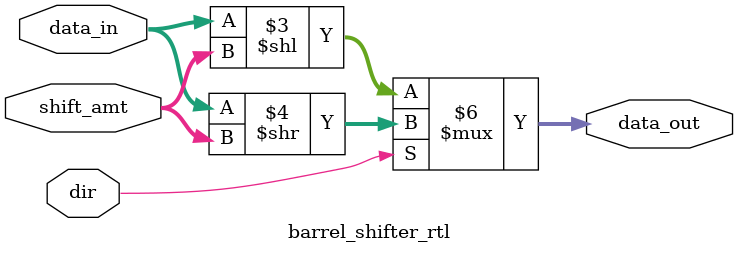
<source format=v>
`timescale 1ns / 1ps

module barrel_shifter_rtl (
    input [31:0] data_in,
    input [4:0] shift_amt,
    input dir,
    output reg [31:0] data_out
);

    always @(*) begin
        if (dir == 0)
            data_out = data_in << shift_amt;
        else
            data_out = data_in >> shift_amt;
    end

endmodule

</source>
